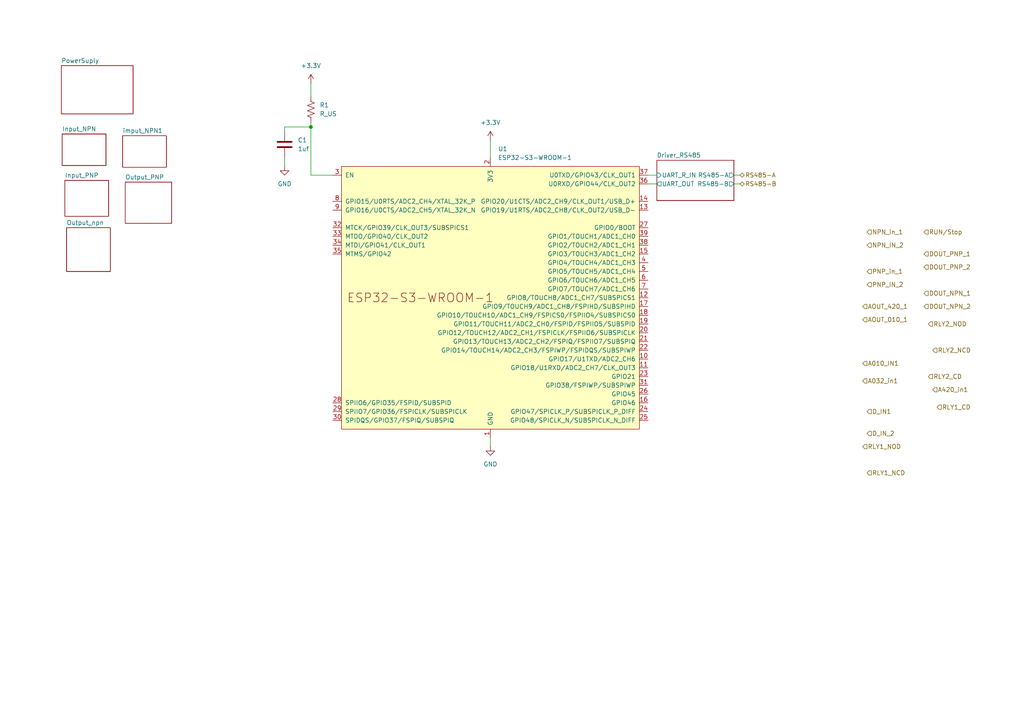
<source format=kicad_sch>
(kicad_sch
	(version 20250114)
	(generator "eeschema")
	(generator_version "9.0")
	(uuid "f979e933-804d-40be-b10f-ee25f17cf887")
	(paper "A4")
	(lib_symbols
		(symbol "Device:C"
			(pin_numbers
				(hide yes)
			)
			(pin_names
				(offset 0.254)
			)
			(exclude_from_sim no)
			(in_bom yes)
			(on_board yes)
			(property "Reference" "C"
				(at 0.635 2.54 0)
				(effects
					(font
						(size 1.27 1.27)
					)
					(justify left)
				)
			)
			(property "Value" "C"
				(at 0.635 -2.54 0)
				(effects
					(font
						(size 1.27 1.27)
					)
					(justify left)
				)
			)
			(property "Footprint" ""
				(at 0.9652 -3.81 0)
				(effects
					(font
						(size 1.27 1.27)
					)
					(hide yes)
				)
			)
			(property "Datasheet" "~"
				(at 0 0 0)
				(effects
					(font
						(size 1.27 1.27)
					)
					(hide yes)
				)
			)
			(property "Description" "Unpolarized capacitor"
				(at 0 0 0)
				(effects
					(font
						(size 1.27 1.27)
					)
					(hide yes)
				)
			)
			(property "ki_keywords" "cap capacitor"
				(at 0 0 0)
				(effects
					(font
						(size 1.27 1.27)
					)
					(hide yes)
				)
			)
			(property "ki_fp_filters" "C_*"
				(at 0 0 0)
				(effects
					(font
						(size 1.27 1.27)
					)
					(hide yes)
				)
			)
			(symbol "C_0_1"
				(polyline
					(pts
						(xy -2.032 0.762) (xy 2.032 0.762)
					)
					(stroke
						(width 0.508)
						(type default)
					)
					(fill
						(type none)
					)
				)
				(polyline
					(pts
						(xy -2.032 -0.762) (xy 2.032 -0.762)
					)
					(stroke
						(width 0.508)
						(type default)
					)
					(fill
						(type none)
					)
				)
			)
			(symbol "C_1_1"
				(pin passive line
					(at 0 3.81 270)
					(length 2.794)
					(name "~"
						(effects
							(font
								(size 1.27 1.27)
							)
						)
					)
					(number "1"
						(effects
							(font
								(size 1.27 1.27)
							)
						)
					)
				)
				(pin passive line
					(at 0 -3.81 90)
					(length 2.794)
					(name "~"
						(effects
							(font
								(size 1.27 1.27)
							)
						)
					)
					(number "2"
						(effects
							(font
								(size 1.27 1.27)
							)
						)
					)
				)
			)
			(embedded_fonts no)
		)
		(symbol "Device:R_US"
			(pin_numbers
				(hide yes)
			)
			(pin_names
				(offset 0)
			)
			(exclude_from_sim no)
			(in_bom yes)
			(on_board yes)
			(property "Reference" "R"
				(at 2.54 0 90)
				(effects
					(font
						(size 1.27 1.27)
					)
				)
			)
			(property "Value" "R_US"
				(at -2.54 0 90)
				(effects
					(font
						(size 1.27 1.27)
					)
				)
			)
			(property "Footprint" ""
				(at 1.016 -0.254 90)
				(effects
					(font
						(size 1.27 1.27)
					)
					(hide yes)
				)
			)
			(property "Datasheet" "~"
				(at 0 0 0)
				(effects
					(font
						(size 1.27 1.27)
					)
					(hide yes)
				)
			)
			(property "Description" "Resistor, US symbol"
				(at 0 0 0)
				(effects
					(font
						(size 1.27 1.27)
					)
					(hide yes)
				)
			)
			(property "ki_keywords" "R res resistor"
				(at 0 0 0)
				(effects
					(font
						(size 1.27 1.27)
					)
					(hide yes)
				)
			)
			(property "ki_fp_filters" "R_*"
				(at 0 0 0)
				(effects
					(font
						(size 1.27 1.27)
					)
					(hide yes)
				)
			)
			(symbol "R_US_0_1"
				(polyline
					(pts
						(xy 0 2.286) (xy 0 2.54)
					)
					(stroke
						(width 0)
						(type default)
					)
					(fill
						(type none)
					)
				)
				(polyline
					(pts
						(xy 0 2.286) (xy 1.016 1.905) (xy 0 1.524) (xy -1.016 1.143) (xy 0 0.762)
					)
					(stroke
						(width 0)
						(type default)
					)
					(fill
						(type none)
					)
				)
				(polyline
					(pts
						(xy 0 0.762) (xy 1.016 0.381) (xy 0 0) (xy -1.016 -0.381) (xy 0 -0.762)
					)
					(stroke
						(width 0)
						(type default)
					)
					(fill
						(type none)
					)
				)
				(polyline
					(pts
						(xy 0 -0.762) (xy 1.016 -1.143) (xy 0 -1.524) (xy -1.016 -1.905) (xy 0 -2.286)
					)
					(stroke
						(width 0)
						(type default)
					)
					(fill
						(type none)
					)
				)
				(polyline
					(pts
						(xy 0 -2.286) (xy 0 -2.54)
					)
					(stroke
						(width 0)
						(type default)
					)
					(fill
						(type none)
					)
				)
			)
			(symbol "R_US_1_1"
				(pin passive line
					(at 0 3.81 270)
					(length 1.27)
					(name "~"
						(effects
							(font
								(size 1.27 1.27)
							)
						)
					)
					(number "1"
						(effects
							(font
								(size 1.27 1.27)
							)
						)
					)
				)
				(pin passive line
					(at 0 -3.81 90)
					(length 1.27)
					(name "~"
						(effects
							(font
								(size 1.27 1.27)
							)
						)
					)
					(number "2"
						(effects
							(font
								(size 1.27 1.27)
							)
						)
					)
				)
			)
			(embedded_fonts no)
		)
		(symbol "PCM_Espressif:ESP32-S3-WROOM-1"
			(pin_names
				(offset 1.016)
			)
			(exclude_from_sim no)
			(in_bom yes)
			(on_board yes)
			(property "Reference" "U"
				(at -43.18 43.18 0)
				(effects
					(font
						(size 1.27 1.27)
					)
					(justify left)
				)
			)
			(property "Value" "ESP32-S3-WROOM-1"
				(at -43.18 40.64 0)
				(effects
					(font
						(size 1.27 1.27)
					)
					(justify left)
				)
			)
			(property "Footprint" "PCM_Espressif:ESP32-S3-WROOM-1"
				(at 2.54 -48.26 0)
				(effects
					(font
						(size 1.27 1.27)
					)
					(hide yes)
				)
			)
			(property "Datasheet" "https://www.espressif.com/sites/default/files/documentation/esp32-s3-wroom-1_wroom-1u_datasheet_en.pdf"
				(at 2.54 -50.8 0)
				(effects
					(font
						(size 1.27 1.27)
					)
					(hide yes)
				)
			)
			(property "Description" "2.4 GHz WiFi (802.11 b/g/n) and Bluetooth ® 5 (LE) module Built around ESP32S3 series of SoCs, Xtensa ® dualcore 32bit LX7 microprocessor Flash up to 16 MB, PSRAM up to 8 MB 36 GPIOs, rich set of peripherals Onboard PCB antenna"
				(at 0 0 0)
				(effects
					(font
						(size 1.27 1.27)
					)
					(hide yes)
				)
			)
			(symbol "ESP32-S3-WROOM-1_0_0"
				(text "ESP32-S3-WROOM-1"
					(at -20.32 0 0)
					(effects
						(font
							(size 2.54 2.54)
						)
					)
				)
				(pin input line
					(at -45.72 35.56 0)
					(length 2.54)
					(name "EN"
						(effects
							(font
								(size 1.27 1.27)
							)
						)
					)
					(number "3"
						(effects
							(font
								(size 1.27 1.27)
							)
						)
					)
				)
				(pin bidirectional line
					(at -45.72 27.94 0)
					(length 2.54)
					(name "GPIO15/U0RTS/ADC2_CH4/XTAL_32K_P"
						(effects
							(font
								(size 1.27 1.27)
							)
						)
					)
					(number "8"
						(effects
							(font
								(size 1.27 1.27)
							)
						)
					)
				)
				(pin bidirectional line
					(at -45.72 25.4 0)
					(length 2.54)
					(name "GPIO16/U0CTS/ADC2_CH5/XTAL_32K_N"
						(effects
							(font
								(size 1.27 1.27)
							)
						)
					)
					(number "9"
						(effects
							(font
								(size 1.27 1.27)
							)
						)
					)
				)
				(pin bidirectional line
					(at -45.72 20.32 0)
					(length 2.54)
					(name "MTCK/GPIO39/CLK_OUT3/SUBSPICS1"
						(effects
							(font
								(size 1.27 1.27)
							)
						)
					)
					(number "32"
						(effects
							(font
								(size 1.27 1.27)
							)
						)
					)
				)
				(pin bidirectional line
					(at -45.72 17.78 0)
					(length 2.54)
					(name "MTDO/GPIO40/CLK_OUT2"
						(effects
							(font
								(size 1.27 1.27)
							)
						)
					)
					(number "33"
						(effects
							(font
								(size 1.27 1.27)
							)
						)
					)
				)
				(pin bidirectional line
					(at -45.72 15.24 0)
					(length 2.54)
					(name "MTDI/GPIO41/CLK_OUT1"
						(effects
							(font
								(size 1.27 1.27)
							)
						)
					)
					(number "34"
						(effects
							(font
								(size 1.27 1.27)
							)
						)
					)
				)
				(pin bidirectional line
					(at -45.72 12.7 0)
					(length 2.54)
					(name "MTMS/GPIO42"
						(effects
							(font
								(size 1.27 1.27)
							)
						)
					)
					(number "35"
						(effects
							(font
								(size 1.27 1.27)
							)
						)
					)
				)
				(pin bidirectional line
					(at -45.72 -30.48 0)
					(length 2.54)
					(name "SPIIO6/GPIO35/FSPID/SUBSPID"
						(effects
							(font
								(size 1.27 1.27)
							)
						)
					)
					(number "28"
						(effects
							(font
								(size 1.27 1.27)
							)
						)
					)
				)
				(pin bidirectional line
					(at -45.72 -33.02 0)
					(length 2.54)
					(name "SPIIO7/GPIO36/FSPICLK/SUBSPICLK"
						(effects
							(font
								(size 1.27 1.27)
							)
						)
					)
					(number "29"
						(effects
							(font
								(size 1.27 1.27)
							)
						)
					)
				)
				(pin bidirectional line
					(at -45.72 -35.56 0)
					(length 2.54)
					(name "SPIDQS/GPIO37/FSPIQ/SUBSPIQ"
						(effects
							(font
								(size 1.27 1.27)
							)
						)
					)
					(number "30"
						(effects
							(font
								(size 1.27 1.27)
							)
						)
					)
				)
				(pin power_in line
					(at 0 40.64 270)
					(length 2.54)
					(name "3V3"
						(effects
							(font
								(size 1.27 1.27)
							)
						)
					)
					(number "2"
						(effects
							(font
								(size 1.27 1.27)
							)
						)
					)
				)
				(pin power_in line
					(at 0 -40.64 90)
					(length 2.54)
					(name "GND"
						(effects
							(font
								(size 1.27 1.27)
							)
						)
					)
					(number "1"
						(effects
							(font
								(size 1.27 1.27)
							)
						)
					)
				)
				(pin passive line
					(at 0 -40.64 90)
					(length 2.54)
					(hide yes)
					(name "GND"
						(effects
							(font
								(size 1.27 1.27)
							)
						)
					)
					(number "40"
						(effects
							(font
								(size 1.27 1.27)
							)
						)
					)
				)
				(pin passive line
					(at 0 -40.64 90)
					(length 2.54)
					(hide yes)
					(name "GND"
						(effects
							(font
								(size 1.27 1.27)
							)
						)
					)
					(number "41"
						(effects
							(font
								(size 1.27 1.27)
							)
						)
					)
				)
				(pin bidirectional line
					(at 45.72 35.56 180)
					(length 2.54)
					(name "U0TXD/GPIO43/CLK_OUT1"
						(effects
							(font
								(size 1.27 1.27)
							)
						)
					)
					(number "37"
						(effects
							(font
								(size 1.27 1.27)
							)
						)
					)
				)
				(pin bidirectional line
					(at 45.72 33.02 180)
					(length 2.54)
					(name "U0RXD/GPIO44/CLK_OUT2"
						(effects
							(font
								(size 1.27 1.27)
							)
						)
					)
					(number "36"
						(effects
							(font
								(size 1.27 1.27)
							)
						)
					)
				)
				(pin bidirectional line
					(at 45.72 27.94 180)
					(length 2.54)
					(name "GPIO20/U1CTS/ADC2_CH9/CLK_OUT1/USB_D+"
						(effects
							(font
								(size 1.27 1.27)
							)
						)
					)
					(number "14"
						(effects
							(font
								(size 1.27 1.27)
							)
						)
					)
				)
				(pin bidirectional line
					(at 45.72 25.4 180)
					(length 2.54)
					(name "GPIO19/U1RTS/ADC2_CH8/CLK_OUT2/USB_D-"
						(effects
							(font
								(size 1.27 1.27)
							)
						)
					)
					(number "13"
						(effects
							(font
								(size 1.27 1.27)
							)
						)
					)
				)
				(pin bidirectional line
					(at 45.72 20.32 180)
					(length 2.54)
					(name "GPIO0/BOOT"
						(effects
							(font
								(size 1.27 1.27)
							)
						)
					)
					(number "27"
						(effects
							(font
								(size 1.27 1.27)
							)
						)
					)
				)
				(pin bidirectional line
					(at 45.72 17.78 180)
					(length 2.54)
					(name "GPIO1/TOUCH1/ADC1_CH0"
						(effects
							(font
								(size 1.27 1.27)
							)
						)
					)
					(number "39"
						(effects
							(font
								(size 1.27 1.27)
							)
						)
					)
				)
				(pin bidirectional line
					(at 45.72 15.24 180)
					(length 2.54)
					(name "GPIO2/TOUCH2/ADC1_CH1"
						(effects
							(font
								(size 1.27 1.27)
							)
						)
					)
					(number "38"
						(effects
							(font
								(size 1.27 1.27)
							)
						)
					)
				)
				(pin bidirectional line
					(at 45.72 12.7 180)
					(length 2.54)
					(name "GPIO3/TOUCH3/ADC1_CH2"
						(effects
							(font
								(size 1.27 1.27)
							)
						)
					)
					(number "15"
						(effects
							(font
								(size 1.27 1.27)
							)
						)
					)
				)
				(pin bidirectional line
					(at 45.72 10.16 180)
					(length 2.54)
					(name "GPIO4/TOUCH4/ADC1_CH3"
						(effects
							(font
								(size 1.27 1.27)
							)
						)
					)
					(number "4"
						(effects
							(font
								(size 1.27 1.27)
							)
						)
					)
				)
				(pin bidirectional line
					(at 45.72 7.62 180)
					(length 2.54)
					(name "GPIO5/TOUCH5/ADC1_CH4"
						(effects
							(font
								(size 1.27 1.27)
							)
						)
					)
					(number "5"
						(effects
							(font
								(size 1.27 1.27)
							)
						)
					)
				)
				(pin bidirectional line
					(at 45.72 5.08 180)
					(length 2.54)
					(name "GPIO6/TOUCH6/ADC1_CH5"
						(effects
							(font
								(size 1.27 1.27)
							)
						)
					)
					(number "6"
						(effects
							(font
								(size 1.27 1.27)
							)
						)
					)
				)
				(pin bidirectional line
					(at 45.72 2.54 180)
					(length 2.54)
					(name "GPIO7/TOUCH7/ADC1_CH6"
						(effects
							(font
								(size 1.27 1.27)
							)
						)
					)
					(number "7"
						(effects
							(font
								(size 1.27 1.27)
							)
						)
					)
				)
				(pin bidirectional line
					(at 45.72 0 180)
					(length 2.54)
					(name "GPIO8/TOUCH8/ADC1_CH7/SUBSPICS1"
						(effects
							(font
								(size 1.27 1.27)
							)
						)
					)
					(number "12"
						(effects
							(font
								(size 1.27 1.27)
							)
						)
					)
				)
				(pin bidirectional line
					(at 45.72 -2.54 180)
					(length 2.54)
					(name "GPIO9/TOUCH9/ADC1_CH8/FSPIHD/SUBSPIHD"
						(effects
							(font
								(size 1.27 1.27)
							)
						)
					)
					(number "17"
						(effects
							(font
								(size 1.27 1.27)
							)
						)
					)
				)
				(pin bidirectional line
					(at 45.72 -5.08 180)
					(length 2.54)
					(name "GPIO10/TOUCH10/ADC1_CH9/FSPICS0/FSPIIO4/SUBSPICS0"
						(effects
							(font
								(size 1.27 1.27)
							)
						)
					)
					(number "18"
						(effects
							(font
								(size 1.27 1.27)
							)
						)
					)
				)
				(pin bidirectional line
					(at 45.72 -7.62 180)
					(length 2.54)
					(name "GPIO11/TOUCH11/ADC2_CH0/FSPID/FSPIIO5/SUBSPID"
						(effects
							(font
								(size 1.27 1.27)
							)
						)
					)
					(number "19"
						(effects
							(font
								(size 1.27 1.27)
							)
						)
					)
				)
				(pin bidirectional line
					(at 45.72 -10.16 180)
					(length 2.54)
					(name "GPIO12/TOUCH12/ADC2_CH1/FSPICLK/FSPIIO6/SUBSPICLK"
						(effects
							(font
								(size 1.27 1.27)
							)
						)
					)
					(number "20"
						(effects
							(font
								(size 1.27 1.27)
							)
						)
					)
				)
				(pin bidirectional line
					(at 45.72 -12.7 180)
					(length 2.54)
					(name "GPIO13/TOUCH13/ADC2_CH2/FSPIQ/FSPIIO7/SUBSPIQ"
						(effects
							(font
								(size 1.27 1.27)
							)
						)
					)
					(number "21"
						(effects
							(font
								(size 1.27 1.27)
							)
						)
					)
				)
				(pin bidirectional line
					(at 45.72 -15.24 180)
					(length 2.54)
					(name "GPIO14/TOUCH14/ADC2_CH3/FSPIWP/FSPIDQS/SUBSPIWP"
						(effects
							(font
								(size 1.27 1.27)
							)
						)
					)
					(number "22"
						(effects
							(font
								(size 1.27 1.27)
							)
						)
					)
				)
				(pin bidirectional line
					(at 45.72 -17.78 180)
					(length 2.54)
					(name "GPIO17/U1TXD/ADC2_CH6"
						(effects
							(font
								(size 1.27 1.27)
							)
						)
					)
					(number "10"
						(effects
							(font
								(size 1.27 1.27)
							)
						)
					)
				)
				(pin bidirectional line
					(at 45.72 -20.32 180)
					(length 2.54)
					(name "GPIO18/U1RXD/ADC2_CH7/CLK_OUT3"
						(effects
							(font
								(size 1.27 1.27)
							)
						)
					)
					(number "11"
						(effects
							(font
								(size 1.27 1.27)
							)
						)
					)
				)
				(pin bidirectional line
					(at 45.72 -22.86 180)
					(length 2.54)
					(name "GPIO21"
						(effects
							(font
								(size 1.27 1.27)
							)
						)
					)
					(number "23"
						(effects
							(font
								(size 1.27 1.27)
							)
						)
					)
				)
				(pin bidirectional line
					(at 45.72 -25.4 180)
					(length 2.54)
					(name "GPIO38/FSPIWP/SUBSPIWP"
						(effects
							(font
								(size 1.27 1.27)
							)
						)
					)
					(number "31"
						(effects
							(font
								(size 1.27 1.27)
							)
						)
					)
				)
				(pin bidirectional line
					(at 45.72 -27.94 180)
					(length 2.54)
					(name "GPIO45"
						(effects
							(font
								(size 1.27 1.27)
							)
						)
					)
					(number "26"
						(effects
							(font
								(size 1.27 1.27)
							)
						)
					)
				)
				(pin bidirectional line
					(at 45.72 -30.48 180)
					(length 2.54)
					(name "GPIO46"
						(effects
							(font
								(size 1.27 1.27)
							)
						)
					)
					(number "16"
						(effects
							(font
								(size 1.27 1.27)
							)
						)
					)
				)
				(pin bidirectional line
					(at 45.72 -33.02 180)
					(length 2.54)
					(name "GPIO47/SPICLK_P/SUBSPICLK_P_DIFF"
						(effects
							(font
								(size 1.27 1.27)
							)
						)
					)
					(number "24"
						(effects
							(font
								(size 1.27 1.27)
							)
						)
					)
				)
				(pin bidirectional line
					(at 45.72 -35.56 180)
					(length 2.54)
					(name "GPIO48/SPICLK_N/SUBSPICLK_N_DIFF"
						(effects
							(font
								(size 1.27 1.27)
							)
						)
					)
					(number "25"
						(effects
							(font
								(size 1.27 1.27)
							)
						)
					)
				)
			)
			(symbol "ESP32-S3-WROOM-1_0_1"
				(rectangle
					(start -43.18 38.1)
					(end 43.18 -38.1)
					(stroke
						(width 0)
						(type default)
					)
					(fill
						(type background)
					)
				)
			)
			(embedded_fonts no)
		)
		(symbol "power:+3.3V"
			(power)
			(pin_numbers
				(hide yes)
			)
			(pin_names
				(offset 0)
				(hide yes)
			)
			(exclude_from_sim no)
			(in_bom yes)
			(on_board yes)
			(property "Reference" "#PWR"
				(at 0 -3.81 0)
				(effects
					(font
						(size 1.27 1.27)
					)
					(hide yes)
				)
			)
			(property "Value" "+3.3V"
				(at 0 3.556 0)
				(effects
					(font
						(size 1.27 1.27)
					)
				)
			)
			(property "Footprint" ""
				(at 0 0 0)
				(effects
					(font
						(size 1.27 1.27)
					)
					(hide yes)
				)
			)
			(property "Datasheet" ""
				(at 0 0 0)
				(effects
					(font
						(size 1.27 1.27)
					)
					(hide yes)
				)
			)
			(property "Description" "Power symbol creates a global label with name \"+3.3V\""
				(at 0 0 0)
				(effects
					(font
						(size 1.27 1.27)
					)
					(hide yes)
				)
			)
			(property "ki_keywords" "global power"
				(at 0 0 0)
				(effects
					(font
						(size 1.27 1.27)
					)
					(hide yes)
				)
			)
			(symbol "+3.3V_0_1"
				(polyline
					(pts
						(xy -0.762 1.27) (xy 0 2.54)
					)
					(stroke
						(width 0)
						(type default)
					)
					(fill
						(type none)
					)
				)
				(polyline
					(pts
						(xy 0 2.54) (xy 0.762 1.27)
					)
					(stroke
						(width 0)
						(type default)
					)
					(fill
						(type none)
					)
				)
				(polyline
					(pts
						(xy 0 0) (xy 0 2.54)
					)
					(stroke
						(width 0)
						(type default)
					)
					(fill
						(type none)
					)
				)
			)
			(symbol "+3.3V_1_1"
				(pin power_in line
					(at 0 0 90)
					(length 0)
					(name "~"
						(effects
							(font
								(size 1.27 1.27)
							)
						)
					)
					(number "1"
						(effects
							(font
								(size 1.27 1.27)
							)
						)
					)
				)
			)
			(embedded_fonts no)
		)
		(symbol "power:GND"
			(power)
			(pin_numbers
				(hide yes)
			)
			(pin_names
				(offset 0)
				(hide yes)
			)
			(exclude_from_sim no)
			(in_bom yes)
			(on_board yes)
			(property "Reference" "#PWR"
				(at 0 -6.35 0)
				(effects
					(font
						(size 1.27 1.27)
					)
					(hide yes)
				)
			)
			(property "Value" "GND"
				(at 0 -3.81 0)
				(effects
					(font
						(size 1.27 1.27)
					)
				)
			)
			(property "Footprint" ""
				(at 0 0 0)
				(effects
					(font
						(size 1.27 1.27)
					)
					(hide yes)
				)
			)
			(property "Datasheet" ""
				(at 0 0 0)
				(effects
					(font
						(size 1.27 1.27)
					)
					(hide yes)
				)
			)
			(property "Description" "Power symbol creates a global label with name \"GND\" , ground"
				(at 0 0 0)
				(effects
					(font
						(size 1.27 1.27)
					)
					(hide yes)
				)
			)
			(property "ki_keywords" "global power"
				(at 0 0 0)
				(effects
					(font
						(size 1.27 1.27)
					)
					(hide yes)
				)
			)
			(symbol "GND_0_1"
				(polyline
					(pts
						(xy 0 0) (xy 0 -1.27) (xy 1.27 -1.27) (xy 0 -2.54) (xy -1.27 -1.27) (xy 0 -1.27)
					)
					(stroke
						(width 0)
						(type default)
					)
					(fill
						(type none)
					)
				)
			)
			(symbol "GND_1_1"
				(pin power_in line
					(at 0 0 270)
					(length 0)
					(name "~"
						(effects
							(font
								(size 1.27 1.27)
							)
						)
					)
					(number "1"
						(effects
							(font
								(size 1.27 1.27)
							)
						)
					)
				)
			)
			(embedded_fonts no)
		)
	)
	(junction
		(at 90.17 36.83)
		(diameter 0)
		(color 0 0 0 0)
		(uuid "92f514a4-2700-44dd-ba32-fb15d5410bf5")
	)
	(wire
		(pts
			(xy 90.17 36.83) (xy 82.55 36.83)
		)
		(stroke
			(width 0)
			(type default)
		)
		(uuid "318da6d4-a220-4367-8d3a-e21822e3f5ae")
	)
	(wire
		(pts
			(xy 142.24 127) (xy 142.24 129.54)
		)
		(stroke
			(width 0)
			(type default)
		)
		(uuid "4eb08ed6-8c24-4c4d-baed-773f9ff4d738")
	)
	(wire
		(pts
			(xy 82.55 36.83) (xy 82.55 38.1)
		)
		(stroke
			(width 0)
			(type default)
		)
		(uuid "64eeb8f7-c862-49d1-8b1c-6969e5f82efd")
	)
	(wire
		(pts
			(xy 212.852 50.8) (xy 214.63 50.8)
		)
		(stroke
			(width 0)
			(type default)
		)
		(uuid "65ab1abd-72a3-4082-a7a1-27eb1c94ba87")
	)
	(wire
		(pts
			(xy 96.52 50.8) (xy 90.17 50.8)
		)
		(stroke
			(width 0)
			(type default)
		)
		(uuid "77e6897a-2f03-4283-bc66-2dbfa07cfd2d")
	)
	(wire
		(pts
			(xy 90.17 35.56) (xy 90.17 36.83)
		)
		(stroke
			(width 0)
			(type default)
		)
		(uuid "7d319066-2b07-43b0-a884-349d6c60acd3")
	)
	(wire
		(pts
			(xy 212.852 53.34) (xy 214.63 53.34)
		)
		(stroke
			(width 0)
			(type default)
		)
		(uuid "86886382-c4d0-464e-8441-48e0e1a228bc")
	)
	(wire
		(pts
			(xy 187.96 50.8) (xy 190.5 50.8)
		)
		(stroke
			(width 0)
			(type default)
		)
		(uuid "90aa7146-03f4-4abc-8dfa-ae4f7c858fb4")
	)
	(wire
		(pts
			(xy 82.55 45.72) (xy 82.55 48.26)
		)
		(stroke
			(width 0)
			(type default)
		)
		(uuid "90cb5f8e-67f3-4109-99d6-3b2069636bec")
	)
	(wire
		(pts
			(xy 90.17 24.13) (xy 90.17 27.94)
		)
		(stroke
			(width 0)
			(type default)
		)
		(uuid "90fbefb4-f8bc-4089-91cd-01fa0ad525ea")
	)
	(wire
		(pts
			(xy 90.17 36.83) (xy 90.17 50.8)
		)
		(stroke
			(width 0)
			(type default)
		)
		(uuid "92932897-a7a2-44ca-8506-f039003d3479")
	)
	(wire
		(pts
			(xy 187.96 53.34) (xy 190.5 53.34)
		)
		(stroke
			(width 0)
			(type default)
		)
		(uuid "b90fdd3b-741e-41e3-854b-4b3b429e0188")
	)
	(wire
		(pts
			(xy 142.24 40.64) (xy 142.24 45.72)
		)
		(stroke
			(width 0)
			(type default)
		)
		(uuid "f61dc268-1fae-4d62-aa55-74c9e86fdfc8")
	)
	(hierarchical_label "RLY2_NOD"
		(shape input)
		(at 269.24 93.98 0)
		(effects
			(font
				(size 1.27 1.27)
			)
			(justify left)
		)
		(uuid "099ac942-290a-4a68-814d-dc8dbba99426")
	)
	(hierarchical_label "NPN_IN_2"
		(shape input)
		(at 251.46 71.12 0)
		(effects
			(font
				(size 1.27 1.27)
			)
			(justify left)
		)
		(uuid "1ee5c69a-b015-41df-be59-8ddc6d85a615")
	)
	(hierarchical_label "PNP_in_1"
		(shape input)
		(at 251.46 78.74 0)
		(effects
			(font
				(size 1.27 1.27)
			)
			(justify left)
		)
		(uuid "20c03749-a70a-4443-b948-2e8edae2217b")
	)
	(hierarchical_label "AOUT_420_1"
		(shape input)
		(at 250.19 88.9 0)
		(effects
			(font
				(size 1.27 1.27)
			)
			(justify left)
		)
		(uuid "392037da-b333-43c2-94ba-2a4c592923d9")
	)
	(hierarchical_label "RLY1_NOD"
		(shape input)
		(at 250.19 129.54 0)
		(effects
			(font
				(size 1.27 1.27)
			)
			(justify left)
		)
		(uuid "3dca6143-7f21-4a49-9de0-4f37b244daec")
	)
	(hierarchical_label "DOUT_NPN_2"
		(shape input)
		(at 267.97 88.9 0)
		(effects
			(font
				(size 1.27 1.27)
			)
			(justify left)
		)
		(uuid "3f4bbd3e-9ad0-4261-9aa3-062375993cf8")
	)
	(hierarchical_label "A420_in1"
		(shape input)
		(at 270.51 113.03 0)
		(effects
			(font
				(size 1.27 1.27)
			)
			(justify left)
		)
		(uuid "43fedcf7-2aa7-41e9-b487-fd9a12595414")
	)
	(hierarchical_label "A010_IN1"
		(shape input)
		(at 250.19 105.41 0)
		(effects
			(font
				(size 1.27 1.27)
			)
			(justify left)
		)
		(uuid "48a9a51a-5fde-400d-8fe7-1c26b9f62bbb")
	)
	(hierarchical_label "PNP_IN_2"
		(shape input)
		(at 251.46 82.55 0)
		(effects
			(font
				(size 1.27 1.27)
			)
			(justify left)
		)
		(uuid "50463eae-b867-4d69-9683-9a69d7adc745")
	)
	(hierarchical_label "RLY1_CD"
		(shape input)
		(at 271.78 118.11 0)
		(effects
			(font
				(size 1.27 1.27)
			)
			(justify left)
		)
		(uuid "582b1dd8-c9a8-4097-8efc-ef8226e36526")
	)
	(hierarchical_label "AOUT_010_1"
		(shape input)
		(at 250.19 92.71 0)
		(effects
			(font
				(size 1.27 1.27)
			)
			(justify left)
		)
		(uuid "5e1d91ae-0a93-4e69-aa8f-118fcc17a1cd")
	)
	(hierarchical_label "RLY2_NCD"
		(shape input)
		(at 270.51 101.6 0)
		(effects
			(font
				(size 1.27 1.27)
			)
			(justify left)
		)
		(uuid "70e393c0-3f85-4ff7-a695-6c3f82ed9a74")
	)
	(hierarchical_label "DOUT_PNP_1"
		(shape input)
		(at 267.97 73.66 0)
		(effects
			(font
				(size 1.27 1.27)
			)
			(justify left)
		)
		(uuid "7b1637be-bb42-4f9d-a8ca-65cba31dd700")
	)
	(hierarchical_label "RLY2_CD"
		(shape input)
		(at 269.24 109.22 0)
		(effects
			(font
				(size 1.27 1.27)
			)
			(justify left)
		)
		(uuid "7b6a6679-e39c-4953-bf2e-388a44510923")
	)
	(hierarchical_label "NPN_in_1"
		(shape input)
		(at 251.46 67.31 0)
		(effects
			(font
				(size 1.27 1.27)
			)
			(justify left)
		)
		(uuid "93989989-bb95-4029-88cf-87f0ea820de4")
	)
	(hierarchical_label "DOUT_NPN_1"
		(shape input)
		(at 267.97 85.09 0)
		(effects
			(font
				(size 1.27 1.27)
			)
			(justify left)
		)
		(uuid "a5f5c4ae-e0ed-4603-ae1d-9f5e0fbc62aa")
	)
	(hierarchical_label "D_IN_2"
		(shape input)
		(at 251.46 125.73 0)
		(effects
			(font
				(size 1.27 1.27)
			)
			(justify left)
		)
		(uuid "b7f2e79f-34e4-4b89-97bc-821937adc99e")
	)
	(hierarchical_label "RS485-B"
		(shape bidirectional)
		(at 214.63 53.34 0)
		(effects
			(font
				(size 1.27 1.27)
			)
			(justify left)
		)
		(uuid "c15842f1-35db-4a82-97d9-eccbebaad8cd")
	)
	(hierarchical_label "RS485-A"
		(shape bidirectional)
		(at 214.63 50.8 0)
		(effects
			(font
				(size 1.27 1.27)
			)
			(justify left)
		)
		(uuid "cf7f089c-fcd0-485e-8f81-c679301c98bf")
	)
	(hierarchical_label "RLY1_NCD"
		(shape input)
		(at 251.46 137.16 0)
		(effects
			(font
				(size 1.27 1.27)
			)
			(justify left)
		)
		(uuid "ddb64c92-1289-4d4a-acdc-50917926cbb6")
	)
	(hierarchical_label "DOUT_PNP_2"
		(shape input)
		(at 267.97 77.47 0)
		(effects
			(font
				(size 1.27 1.27)
			)
			(justify left)
		)
		(uuid "df395101-a4bb-4689-bcae-73fd8669f71a")
	)
	(hierarchical_label "A032_in1"
		(shape input)
		(at 250.19 110.49 0)
		(effects
			(font
				(size 1.27 1.27)
			)
			(justify left)
		)
		(uuid "e0260041-d159-4385-b8e4-625e9e26e56c")
	)
	(hierarchical_label "RUN{slash}Stop"
		(shape input)
		(at 267.97 67.31 0)
		(effects
			(font
				(size 1.27 1.27)
			)
			(justify left)
		)
		(uuid "e1bf6dbe-7e91-46a3-a230-70700fa86de0")
	)
	(hierarchical_label "D_IN1"
		(shape input)
		(at 251.46 119.38 0)
		(effects
			(font
				(size 1.27 1.27)
			)
			(justify left)
		)
		(uuid "e7b94e43-f41e-4f79-8412-ee8ef7f4dda8")
	)
	(symbol
		(lib_id "power:GND")
		(at 142.24 129.54 0)
		(unit 1)
		(exclude_from_sim no)
		(in_bom yes)
		(on_board yes)
		(dnp no)
		(fields_autoplaced yes)
		(uuid "12357805-08da-4c93-a161-45b1ad7ccbe0")
		(property "Reference" "#PWR09"
			(at 142.24 135.89 0)
			(effects
				(font
					(size 1.27 1.27)
				)
				(hide yes)
			)
		)
		(property "Value" "GND"
			(at 142.24 134.62 0)
			(effects
				(font
					(size 1.27 1.27)
				)
			)
		)
		(property "Footprint" ""
			(at 142.24 129.54 0)
			(effects
				(font
					(size 1.27 1.27)
				)
				(hide yes)
			)
		)
		(property "Datasheet" ""
			(at 142.24 129.54 0)
			(effects
				(font
					(size 1.27 1.27)
				)
				(hide yes)
			)
		)
		(property "Description" "Power symbol creates a global label with name \"GND\" , ground"
			(at 142.24 129.54 0)
			(effects
				(font
					(size 1.27 1.27)
				)
				(hide yes)
			)
		)
		(pin "1"
			(uuid "44c7efe3-80d9-4141-aa55-95d4cdd2e197")
		)
		(instances
			(project "ZorionX-Nivara"
				(path "/ae5c9891-8291-492e-8a61-8ac340267b67/d47eca49-96e4-4138-8979-47bb60019f67"
					(reference "#PWR09")
					(unit 1)
				)
			)
		)
	)
	(symbol
		(lib_id "power:+3.3V")
		(at 90.17 24.13 0)
		(unit 1)
		(exclude_from_sim no)
		(in_bom yes)
		(on_board yes)
		(dnp no)
		(fields_autoplaced yes)
		(uuid "22fe7abc-e48d-44e1-870c-a48a816f90a2")
		(property "Reference" "#PWR010"
			(at 90.17 27.94 0)
			(effects
				(font
					(size 1.27 1.27)
				)
				(hide yes)
			)
		)
		(property "Value" "+3.3V"
			(at 90.17 19.05 0)
			(effects
				(font
					(size 1.27 1.27)
				)
			)
		)
		(property "Footprint" ""
			(at 90.17 24.13 0)
			(effects
				(font
					(size 1.27 1.27)
				)
				(hide yes)
			)
		)
		(property "Datasheet" ""
			(at 90.17 24.13 0)
			(effects
				(font
					(size 1.27 1.27)
				)
				(hide yes)
			)
		)
		(property "Description" "Power symbol creates a global label with name \"+3.3V\""
			(at 90.17 24.13 0)
			(effects
				(font
					(size 1.27 1.27)
				)
				(hide yes)
			)
		)
		(pin "1"
			(uuid "f1ae7bda-946d-4485-abaa-16987d02c3ea")
		)
		(instances
			(project "ZorionX-Nivara"
				(path "/ae5c9891-8291-492e-8a61-8ac340267b67/d47eca49-96e4-4138-8979-47bb60019f67"
					(reference "#PWR010")
					(unit 1)
				)
			)
		)
	)
	(symbol
		(lib_id "Device:C")
		(at 82.55 41.91 0)
		(unit 1)
		(exclude_from_sim no)
		(in_bom yes)
		(on_board yes)
		(dnp no)
		(fields_autoplaced yes)
		(uuid "663c4117-0184-404c-9064-d3a4bd0d3e18")
		(property "Reference" "C1"
			(at 86.36 40.6399 0)
			(effects
				(font
					(size 1.27 1.27)
				)
				(justify left)
			)
		)
		(property "Value" "1uf"
			(at 86.36 43.1799 0)
			(effects
				(font
					(size 1.27 1.27)
				)
				(justify left)
			)
		)
		(property "Footprint" "Capacitor_SMD:C_0603_1608Metric"
			(at 83.5152 45.72 0)
			(effects
				(font
					(size 1.27 1.27)
				)
				(hide yes)
			)
		)
		(property "Datasheet" "~"
			(at 82.55 41.91 0)
			(effects
				(font
					(size 1.27 1.27)
				)
				(hide yes)
			)
		)
		(property "Description" "Unpolarized capacitor"
			(at 82.55 41.91 0)
			(effects
				(font
					(size 1.27 1.27)
				)
				(hide yes)
			)
		)
		(pin "2"
			(uuid "2c6fb08c-7e3b-4d30-9a21-82d0e8b898f9")
		)
		(pin "1"
			(uuid "59899a28-82c2-43f2-bdba-722982efeb35")
		)
		(instances
			(project "ZorionX-Nivara"
				(path "/ae5c9891-8291-492e-8a61-8ac340267b67/d47eca49-96e4-4138-8979-47bb60019f67"
					(reference "C1")
					(unit 1)
				)
			)
		)
	)
	(symbol
		(lib_id "PCM_Espressif:ESP32-S3-WROOM-1")
		(at 142.24 86.36 0)
		(unit 1)
		(exclude_from_sim no)
		(in_bom yes)
		(on_board yes)
		(dnp no)
		(fields_autoplaced yes)
		(uuid "67df8ad4-66be-40a8-ba61-f682b78fbc67")
		(property "Reference" "U1"
			(at 144.4341 43.18 0)
			(effects
				(font
					(size 1.27 1.27)
				)
				(justify left)
			)
		)
		(property "Value" "ESP32-S3-WROOM-1"
			(at 144.4341 45.72 0)
			(effects
				(font
					(size 1.27 1.27)
				)
				(justify left)
			)
		)
		(property "Footprint" "PCM_Espressif:ESP32-S3-WROOM-1"
			(at 144.78 134.62 0)
			(effects
				(font
					(size 1.27 1.27)
				)
				(hide yes)
			)
		)
		(property "Datasheet" "https://www.espressif.com/sites/default/files/documentation/esp32-s3-wroom-1_wroom-1u_datasheet_en.pdf"
			(at 144.78 137.16 0)
			(effects
				(font
					(size 1.27 1.27)
				)
				(hide yes)
			)
		)
		(property "Description" "2.4 GHz WiFi (802.11 b/g/n) and Bluetooth ® 5 (LE) module Built around ESP32S3 series of SoCs, Xtensa ® dualcore 32bit LX7 microprocessor Flash up to 16 MB, PSRAM up to 8 MB 36 GPIOs, rich set of peripherals Onboard PCB antenna"
			(at 142.24 86.36 0)
			(effects
				(font
					(size 1.27 1.27)
				)
				(hide yes)
			)
		)
		(pin "21"
			(uuid "cc9ffeed-a251-40b7-a994-9195ea9f5f9f")
		)
		(pin "13"
			(uuid "50fe70cf-9542-4bd9-80ae-bfa3c3f6dcbc")
		)
		(pin "28"
			(uuid "f07a80cd-1d81-425c-a311-8d0a355bf7bd")
		)
		(pin "3"
			(uuid "e651474c-cacc-49e8-8090-b9c9acd318f8")
		)
		(pin "16"
			(uuid "cf6e7365-8d63-4721-b521-3631da3f987e")
		)
		(pin "35"
			(uuid "c9f90ad0-8c6d-4d10-9fe7-66590e0e0782")
		)
		(pin "10"
			(uuid "741519e0-0f3e-4604-b247-ceec9db0571a")
		)
		(pin "32"
			(uuid "2850019b-e982-4d72-8a87-282c66cee946")
		)
		(pin "25"
			(uuid "180defe2-ab1f-49c2-af03-12329d40e313")
		)
		(pin "26"
			(uuid "52d17464-b3f4-438e-adca-09576b7303d2")
		)
		(pin "36"
			(uuid "d11eb693-499e-4aef-b25d-ae5572184d89")
		)
		(pin "6"
			(uuid "6fe81501-625b-4759-b14a-299461cf2fa0")
		)
		(pin "33"
			(uuid "e837be63-4c62-4914-affe-a6af26dde166")
		)
		(pin "34"
			(uuid "da3d0e56-a7e2-4f69-ad3e-8c291d020fe5")
		)
		(pin "22"
			(uuid "ebf5bb25-57b3-42ba-84b9-52ec58856106")
		)
		(pin "40"
			(uuid "380c61bb-18a9-44fc-bc42-245a4e2ec10b")
		)
		(pin "18"
			(uuid "1007b42d-64f5-45e7-b99d-7fc03b6d3b5b")
		)
		(pin "38"
			(uuid "7c1b9d0c-f3d2-4c41-82f2-4c6ecda4dfcf")
		)
		(pin "12"
			(uuid "9cc4d548-e806-4fa8-85fc-cdcd271b01cc")
		)
		(pin "24"
			(uuid "22fb7d43-3ffe-4e6b-b08c-ef506b220d9b")
		)
		(pin "4"
			(uuid "04a2f4c8-e722-4bd0-b291-e89b47672f42")
		)
		(pin "41"
			(uuid "b0e97cba-94eb-4b99-b743-caafa99f1194")
		)
		(pin "20"
			(uuid "1651b4da-e262-402c-945a-be91a441a942")
		)
		(pin "7"
			(uuid "94252a8a-9b95-4ed6-aee1-0a7f75d28ceb")
		)
		(pin "1"
			(uuid "f9b67c68-14a9-4872-bf8e-f6a5afa60432")
		)
		(pin "14"
			(uuid "745c86cd-8e9e-49a0-a2c1-9757cc142fea")
		)
		(pin "2"
			(uuid "c3560b26-bf8a-417d-85f0-a6efebf2699c")
		)
		(pin "30"
			(uuid "38b8fe82-af5f-43f9-a44b-290e209a5bf0")
		)
		(pin "11"
			(uuid "2a08dc57-bbcc-444e-a6e8-96490744b640")
		)
		(pin "31"
			(uuid "e7ef617f-9e0d-4db7-8625-9566ac4d8e00")
		)
		(pin "39"
			(uuid "116aa381-0ca8-48fb-b69c-573a729d236d")
		)
		(pin "8"
			(uuid "b89de3c3-c962-4209-84dd-54dffbbed2cf")
		)
		(pin "23"
			(uuid "48916143-eac0-43df-80e8-61d7d87a930f")
		)
		(pin "19"
			(uuid "a2c23840-89d2-4cfd-98d8-19d6c6baf9bd")
		)
		(pin "15"
			(uuid "8548f7d4-4b3f-4dac-a8a3-ed3511109aa6")
		)
		(pin "27"
			(uuid "000df80f-485d-4aa6-a7aa-5ba93dbeaa25")
		)
		(pin "17"
			(uuid "b7d7fb02-577a-49fe-8fcf-36722b207487")
		)
		(pin "29"
			(uuid "381c9049-90ee-4512-8e67-9ea7c8b3f340")
		)
		(pin "37"
			(uuid "d6efa91e-201d-404c-a3b4-4746ec3b4125")
		)
		(pin "5"
			(uuid "6f04d398-40a1-4b50-bc76-2119751f8fe8")
		)
		(pin "9"
			(uuid "aac46c91-2bce-40dd-aa55-101299e95d81")
		)
		(instances
			(project "ZorionX-Nivara"
				(path "/ae5c9891-8291-492e-8a61-8ac340267b67/d47eca49-96e4-4138-8979-47bb60019f67"
					(reference "U1")
					(unit 1)
				)
			)
		)
	)
	(symbol
		(lib_id "power:GND")
		(at 82.55 48.26 0)
		(unit 1)
		(exclude_from_sim no)
		(in_bom yes)
		(on_board yes)
		(dnp no)
		(fields_autoplaced yes)
		(uuid "715a968e-afca-47ec-9bec-e5e688a8b68a")
		(property "Reference" "#PWR011"
			(at 82.55 54.61 0)
			(effects
				(font
					(size 1.27 1.27)
				)
				(hide yes)
			)
		)
		(property "Value" "GND"
			(at 82.55 53.34 0)
			(effects
				(font
					(size 1.27 1.27)
				)
			)
		)
		(property "Footprint" ""
			(at 82.55 48.26 0)
			(effects
				(font
					(size 1.27 1.27)
				)
				(hide yes)
			)
		)
		(property "Datasheet" ""
			(at 82.55 48.26 0)
			(effects
				(font
					(size 1.27 1.27)
				)
				(hide yes)
			)
		)
		(property "Description" "Power symbol creates a global label with name \"GND\" , ground"
			(at 82.55 48.26 0)
			(effects
				(font
					(size 1.27 1.27)
				)
				(hide yes)
			)
		)
		(pin "1"
			(uuid "ff4efc13-51c4-4f43-87f7-ebdb3de0f94c")
		)
		(instances
			(project "ZorionX-Nivara"
				(path "/ae5c9891-8291-492e-8a61-8ac340267b67/d47eca49-96e4-4138-8979-47bb60019f67"
					(reference "#PWR011")
					(unit 1)
				)
			)
		)
	)
	(symbol
		(lib_id "Device:R_US")
		(at 90.17 31.75 0)
		(unit 1)
		(exclude_from_sim no)
		(in_bom yes)
		(on_board yes)
		(dnp no)
		(fields_autoplaced yes)
		(uuid "896d681c-d27f-48fd-b343-2b3996dd62dc")
		(property "Reference" "R1"
			(at 92.71 30.4799 0)
			(effects
				(font
					(size 1.27 1.27)
				)
				(justify left)
			)
		)
		(property "Value" "R_US"
			(at 92.71 33.0199 0)
			(effects
				(font
					(size 1.27 1.27)
				)
				(justify left)
			)
		)
		(property "Footprint" "Resistor_SMD:R_0603_1608Metric"
			(at 91.186 32.004 90)
			(effects
				(font
					(size 1.27 1.27)
				)
				(hide yes)
			)
		)
		(property "Datasheet" "~"
			(at 90.17 31.75 0)
			(effects
				(font
					(size 1.27 1.27)
				)
				(hide yes)
			)
		)
		(property "Description" "Resistor, US symbol"
			(at 90.17 31.75 0)
			(effects
				(font
					(size 1.27 1.27)
				)
				(hide yes)
			)
		)
		(pin "1"
			(uuid "66a05194-f49a-4925-806b-703dd1d8b505")
		)
		(pin "2"
			(uuid "abab52a7-a3d0-4524-b6af-bc1d7b1e5390")
		)
		(instances
			(project "ZorionX-Nivara"
				(path "/ae5c9891-8291-492e-8a61-8ac340267b67/d47eca49-96e4-4138-8979-47bb60019f67"
					(reference "R1")
					(unit 1)
				)
			)
		)
	)
	(symbol
		(lib_id "power:+3.3V")
		(at 142.24 40.64 0)
		(unit 1)
		(exclude_from_sim no)
		(in_bom yes)
		(on_board yes)
		(dnp no)
		(fields_autoplaced yes)
		(uuid "adf5f76d-72ed-4c43-84dd-e7176f262fa3")
		(property "Reference" "#PWR08"
			(at 142.24 44.45 0)
			(effects
				(font
					(size 1.27 1.27)
				)
				(hide yes)
			)
		)
		(property "Value" "+3.3V"
			(at 142.24 35.56 0)
			(effects
				(font
					(size 1.27 1.27)
				)
			)
		)
		(property "Footprint" ""
			(at 142.24 40.64 0)
			(effects
				(font
					(size 1.27 1.27)
				)
				(hide yes)
			)
		)
		(property "Datasheet" ""
			(at 142.24 40.64 0)
			(effects
				(font
					(size 1.27 1.27)
				)
				(hide yes)
			)
		)
		(property "Description" "Power symbol creates a global label with name \"+3.3V\""
			(at 142.24 40.64 0)
			(effects
				(font
					(size 1.27 1.27)
				)
				(hide yes)
			)
		)
		(pin "1"
			(uuid "8b3ac812-ee62-43a9-a91b-31bf60d3cae5")
		)
		(instances
			(project "ZorionX-Nivara"
				(path "/ae5c9891-8291-492e-8a61-8ac340267b67/d47eca49-96e4-4138-8979-47bb60019f67"
					(reference "#PWR08")
					(unit 1)
				)
			)
		)
	)
	(sheet
		(at 18.034 38.862)
		(size 12.7 9.144)
		(exclude_from_sim no)
		(in_bom yes)
		(on_board yes)
		(dnp no)
		(fields_autoplaced yes)
		(stroke
			(width 0.1524)
			(type solid)
		)
		(fill
			(color 0 0 0 0.0000)
		)
		(uuid "0824962a-59cd-45b4-910b-b608f652853a")
		(property "Sheetname" "Input_NPN"
			(at 18.034 38.1504 0)
			(effects
				(font
					(size 1.27 1.27)
				)
				(justify left bottom)
			)
		)
		(property "Sheetfile" "imput_NPN.kicad_sch"
			(at 18.034 48.5906 0)
			(effects
				(font
					(size 1.27 1.27)
				)
				(justify left top)
				(hide yes)
			)
		)
		(instances
			(project "Nivara"
				(path "/ae5c9891-8291-492e-8a61-8ac340267b67/d47eca49-96e4-4138-8979-47bb60019f67"
					(page "5")
				)
			)
		)
	)
	(sheet
		(at 19.304 66.04)
		(size 12.7 12.7)
		(exclude_from_sim no)
		(in_bom yes)
		(on_board yes)
		(dnp no)
		(fields_autoplaced yes)
		(stroke
			(width 0.1524)
			(type solid)
		)
		(fill
			(color 0 0 0 0.0000)
		)
		(uuid "120fcba8-6cdd-4760-8946-6c2e4765352c")
		(property "Sheetname" "Output_npn"
			(at 19.304 65.3284 0)
			(effects
				(font
					(size 1.27 1.27)
				)
				(justify left bottom)
			)
		)
		(property "Sheetfile" "Output_npn.kicad_sch"
			(at 19.304 79.3246 0)
			(effects
				(font
					(size 1.27 1.27)
				)
				(justify left top)
				(hide yes)
			)
		)
		(instances
			(project "Nivara"
				(path "/ae5c9891-8291-492e-8a61-8ac340267b67/d47eca49-96e4-4138-8979-47bb60019f67"
					(page "8")
				)
			)
		)
	)
	(sheet
		(at 35.56 39.37)
		(size 12.7 9.144)
		(exclude_from_sim no)
		(in_bom yes)
		(on_board yes)
		(dnp no)
		(fields_autoplaced yes)
		(stroke
			(width 0.1524)
			(type solid)
		)
		(fill
			(color 0 0 0 0.0000)
		)
		(uuid "64a487c1-1849-45d6-962d-ffc3485e1a7f")
		(property "Sheetname" "imput_NPN1"
			(at 35.56 38.6584 0)
			(effects
				(font
					(size 1.27 1.27)
				)
				(justify left bottom)
			)
		)
		(property "Sheetfile" "imput_NPN.kicad_sch"
			(at 35.56 49.0986 0)
			(effects
				(font
					(size 1.27 1.27)
				)
				(justify left top)
				(hide yes)
			)
		)
		(instances
			(project "Nivara"
				(path "/ae5c9891-8291-492e-8a61-8ac340267b67/d47eca49-96e4-4138-8979-47bb60019f67"
					(page "9")
				)
			)
		)
	)
	(sheet
		(at 17.78 19.05)
		(size 20.828 13.97)
		(exclude_from_sim no)
		(in_bom yes)
		(on_board yes)
		(dnp no)
		(fields_autoplaced yes)
		(stroke
			(width 0.1524)
			(type solid)
		)
		(fill
			(color 0 0 0 0.0000)
		)
		(uuid "67b154d6-e51e-4b3c-869c-5576b054501d")
		(property "Sheetname" "PowerSuply"
			(at 17.78 18.3384 0)
			(effects
				(font
					(size 1.27 1.27)
				)
				(justify left bottom)
			)
		)
		(property "Sheetfile" "PowerSuply.kicad_sch"
			(at 17.78 33.6046 0)
			(effects
				(font
					(size 1.27 1.27)
				)
				(justify left top)
				(hide yes)
			)
		)
		(instances
			(project "Nivara"
				(path "/ae5c9891-8291-492e-8a61-8ac340267b67/d47eca49-96e4-4138-8979-47bb60019f67"
					(page "3")
				)
			)
		)
	)
	(sheet
		(at 18.796 52.324)
		(size 12.7 10.414)
		(exclude_from_sim no)
		(in_bom yes)
		(on_board yes)
		(dnp no)
		(fields_autoplaced yes)
		(stroke
			(width 0.1524)
			(type solid)
		)
		(fill
			(color 0 0 0 0.0000)
		)
		(uuid "a861ea7e-2f53-4357-9b1d-7e48dc96ca0d")
		(property "Sheetname" "Input_PNP"
			(at 18.796 51.6124 0)
			(effects
				(font
					(size 1.27 1.27)
				)
				(justify left bottom)
			)
		)
		(property "Sheetfile" "Input_PNP.kicad_sch"
			(at 18.796 63.3226 0)
			(effects
				(font
					(size 1.27 1.27)
				)
				(justify left top)
				(hide yes)
			)
		)
		(instances
			(project "Nivara"
				(path "/ae5c9891-8291-492e-8a61-8ac340267b67/d47eca49-96e4-4138-8979-47bb60019f67"
					(page "6")
				)
			)
		)
	)
	(sheet
		(at 36.322 52.832)
		(size 13.462 11.938)
		(exclude_from_sim no)
		(in_bom yes)
		(on_board yes)
		(dnp no)
		(fields_autoplaced yes)
		(stroke
			(width 0.1524)
			(type solid)
		)
		(fill
			(color 0 0 0 0.0000)
		)
		(uuid "bc9617ee-273e-462d-a7e9-6cda68a85dae")
		(property "Sheetname" "Output_PNP"
			(at 36.322 52.1204 0)
			(effects
				(font
					(size 1.27 1.27)
				)
				(justify left bottom)
			)
		)
		(property "Sheetfile" "Output_PNP.kicad_sch"
			(at 36.322 65.3546 0)
			(effects
				(font
					(size 1.27 1.27)
				)
				(justify left top)
				(hide yes)
			)
		)
		(instances
			(project "Nivara"
				(path "/ae5c9891-8291-492e-8a61-8ac340267b67/d47eca49-96e4-4138-8979-47bb60019f67"
					(page "7")
				)
			)
		)
	)
	(sheet
		(at 190.5 46.482)
		(size 22.352 11.684)
		(exclude_from_sim no)
		(in_bom yes)
		(on_board yes)
		(dnp no)
		(fields_autoplaced yes)
		(stroke
			(width 0.1524)
			(type solid)
		)
		(fill
			(color 0 0 0 0.0000)
		)
		(uuid "e329c21d-acaa-4809-a119-b3d497656361")
		(property "Sheetname" "Driver_RS485"
			(at 190.5 45.7704 0)
			(effects
				(font
					(size 1.27 1.27)
				)
				(justify left bottom)
			)
		)
		(property "Sheetfile" "Driver_RS485.kicad_sch"
			(at 190.5 58.7506 0)
			(effects
				(font
					(size 1.27 1.27)
				)
				(justify left top)
				(hide yes)
			)
		)
		(pin "UART_OUT" output
			(at 190.5 53.34 180)
			(uuid "d905268f-ca1a-4105-bd3d-3536d4daf211")
			(effects
				(font
					(size 1.27 1.27)
				)
				(justify left)
			)
		)
		(pin "RS485-A" output
			(at 212.852 50.8 0)
			(uuid "9981276b-4f27-4954-a767-d75d9d7145fc")
			(effects
				(font
					(size 1.27 1.27)
				)
				(justify right)
			)
		)
		(pin "RS485-B" output
			(at 212.852 53.34 0)
			(uuid "3dd22e1a-68c1-4860-b51b-1319296a7a27")
			(effects
				(font
					(size 1.27 1.27)
				)
				(justify right)
			)
		)
		(pin "UART_R_IN" input
			(at 190.5 50.8 180)
			(uuid "e3910ea5-1ae9-48d7-9697-032739697972")
			(effects
				(font
					(size 1.27 1.27)
				)
				(justify left)
			)
		)
		(instances
			(project "Nivara"
				(path "/ae5c9891-8291-492e-8a61-8ac340267b67/d47eca49-96e4-4138-8979-47bb60019f67"
					(page "4")
				)
			)
		)
	)
)

</source>
